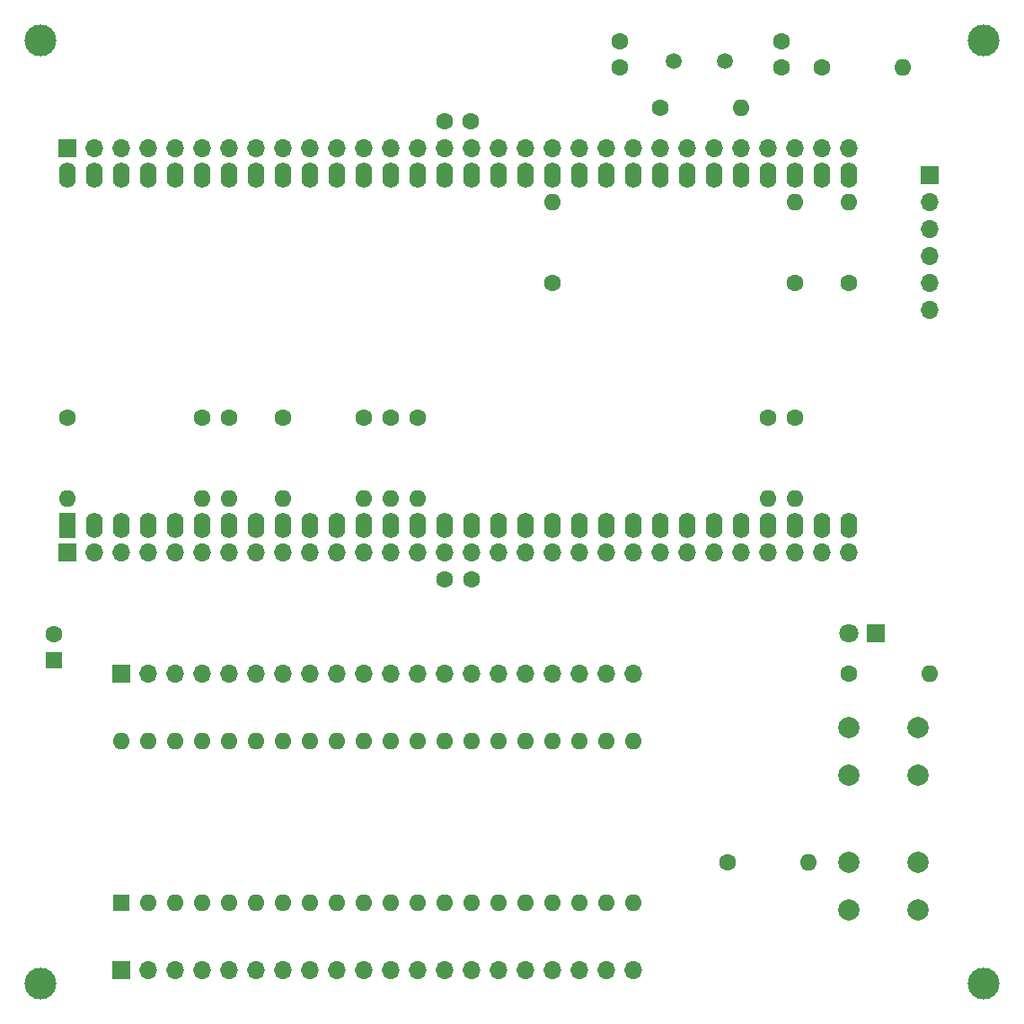
<source format=gbr>
%TF.GenerationSoftware,KiCad,Pcbnew,8.0.5*%
%TF.CreationDate,2025-09-05T11:18:18+09:00*%
%TF.ProjectId,TangNanoDCJ11MEM,54616e67-4e61-46e6-9f44-434a31314d45,rev?*%
%TF.SameCoordinates,Original*%
%TF.FileFunction,Soldermask,Top*%
%TF.FilePolarity,Negative*%
%FSLAX46Y46*%
G04 Gerber Fmt 4.6, Leading zero omitted, Abs format (unit mm)*
G04 Created by KiCad (PCBNEW 8.0.5) date 2025-09-05 11:18:18*
%MOMM*%
%LPD*%
G01*
G04 APERTURE LIST*
%ADD10C,3.000000*%
%ADD11C,1.600000*%
%ADD12O,1.600000X1.600000*%
%ADD13C,2.000000*%
%ADD14R,1.700000X1.700000*%
%ADD15O,1.700000X1.700000*%
%ADD16C,1.500000*%
%ADD17R,1.800000X1.800000*%
%ADD18C,1.800000*%
%ADD19R,1.600000X2.400000*%
%ADD20O,1.600000X2.400000*%
%ADD21R,1.600000X1.600000*%
G04 APERTURE END LIST*
D10*
%TO.C,REF\u002A\u002A*%
X93980000Y-93980000D03*
%TD*%
D11*
%TO.C,R4*%
X20320000Y-40640000D03*
D12*
X20320000Y-48260000D03*
%TD*%
D13*
%TO.C,SW1*%
X81280000Y-69850000D03*
X87780000Y-69850000D03*
X81280000Y-74350000D03*
X87780000Y-74350000D03*
%TD*%
D11*
%TO.C,R9*%
X40640000Y-40640000D03*
D12*
X40640000Y-48260000D03*
%TD*%
D11*
%TO.C,R5*%
X22860000Y-40640000D03*
D12*
X22860000Y-48260000D03*
%TD*%
D14*
%TO.C,J4*%
X7620000Y-53340000D03*
D15*
X10160000Y-53340000D03*
X12700000Y-53340000D03*
X15240000Y-53340000D03*
X17780000Y-53340000D03*
X20320000Y-53340000D03*
X22860000Y-53340000D03*
X25400000Y-53340000D03*
X27940000Y-53340000D03*
X30480000Y-53340000D03*
X33020000Y-53340000D03*
X35560000Y-53340000D03*
X38100000Y-53340000D03*
X40640000Y-53340000D03*
X43180000Y-53340000D03*
X45720000Y-53340000D03*
X48260000Y-53340000D03*
X50800000Y-53340000D03*
X53340000Y-53340000D03*
X55880000Y-53340000D03*
X58420000Y-53340000D03*
X60960000Y-53340000D03*
X63500000Y-53340000D03*
X66040000Y-53340000D03*
X68580000Y-53340000D03*
X71120000Y-53340000D03*
X73660000Y-53340000D03*
X76200000Y-53340000D03*
X78740000Y-53340000D03*
X81280000Y-53340000D03*
%TD*%
D11*
%TO.C,R11*%
X76200000Y-40640000D03*
D12*
X76200000Y-48260000D03*
%TD*%
D11*
%TO.C,R16*%
X81280000Y-64770000D03*
D12*
X88900000Y-64770000D03*
%TD*%
D11*
%TO.C,R2*%
X78740000Y-7620000D03*
D12*
X86360000Y-7620000D03*
%TD*%
D11*
%TO.C,R12*%
X53340000Y-27940000D03*
D12*
X53340000Y-20320000D03*
%TD*%
D14*
%TO.C,J6*%
X88900000Y-17780000D03*
D15*
X88900000Y-20320000D03*
X88900000Y-22860000D03*
X88900000Y-25400000D03*
X88900000Y-27940000D03*
X88900000Y-30480000D03*
%TD*%
D14*
%TO.C,J3*%
X12700000Y-64770000D03*
D15*
X15240000Y-64770000D03*
X17780000Y-64770000D03*
X20320000Y-64770000D03*
X22860000Y-64770000D03*
X25400000Y-64770000D03*
X27940000Y-64770000D03*
X30480000Y-64770000D03*
X33020000Y-64770000D03*
X35560000Y-64770000D03*
X38100000Y-64770000D03*
X40640000Y-64770000D03*
X43180000Y-64770000D03*
X45720000Y-64770000D03*
X48260000Y-64770000D03*
X50800000Y-64770000D03*
X53340000Y-64770000D03*
X55880000Y-64770000D03*
X58420000Y-64770000D03*
X60960000Y-64770000D03*
%TD*%
D11*
%TO.C,R7*%
X35560000Y-40640000D03*
D12*
X35560000Y-48260000D03*
%TD*%
D16*
%TO.C,Y1*%
X69650000Y-6985000D03*
X64770000Y-6985000D03*
%TD*%
D17*
%TO.C,D1*%
X83820000Y-60960000D03*
D18*
X81280000Y-60960000D03*
%TD*%
D11*
%TO.C,C1*%
X59690000Y-7620000D03*
X59690000Y-5120000D03*
%TD*%
%TO.C,C2*%
X74930000Y-7620000D03*
X74930000Y-5120000D03*
%TD*%
%TO.C,C4*%
X45720000Y-55880000D03*
X43220000Y-55880000D03*
%TD*%
%TO.C,R3*%
X7620000Y-40640000D03*
D12*
X7620000Y-48260000D03*
%TD*%
D10*
%TO.C,REF\u002A\u002A*%
X5080000Y-5080000D03*
%TD*%
D13*
%TO.C,SW2*%
X81280000Y-82550000D03*
X87780000Y-82550000D03*
X81280000Y-87050000D03*
X87780000Y-87050000D03*
%TD*%
D11*
%TO.C,R10*%
X73660000Y-40640000D03*
D12*
X73660000Y-48260000D03*
%TD*%
D11*
%TO.C,R1*%
X63500000Y-11430000D03*
D12*
X71120000Y-11430000D03*
%TD*%
D19*
%TO.C,U1*%
X7620000Y-50800000D03*
D20*
X10160000Y-50800000D03*
X12700000Y-50800000D03*
X15240000Y-50800000D03*
X17780000Y-50800000D03*
X20320000Y-50800000D03*
X22860000Y-50800000D03*
X25400000Y-50800000D03*
X27940000Y-50800000D03*
X30480000Y-50800000D03*
X33020000Y-50800000D03*
X35560000Y-50800000D03*
X38100000Y-50800000D03*
X40640000Y-50800000D03*
X43180000Y-50800000D03*
X45720000Y-50800000D03*
X48260000Y-50800000D03*
X50800000Y-50800000D03*
X53340000Y-50800000D03*
X55880000Y-50800000D03*
X58420000Y-50800000D03*
X60960000Y-50800000D03*
X63500000Y-50800000D03*
X66040000Y-50800000D03*
X68580000Y-50800000D03*
X71120000Y-50800000D03*
X73660000Y-50800000D03*
X76200000Y-50800000D03*
X78740000Y-50800000D03*
X81280000Y-50800000D03*
X81280000Y-17780000D03*
X78740000Y-17780000D03*
X76200000Y-17780000D03*
X73660000Y-17780000D03*
X71120000Y-17780000D03*
X68580000Y-17780000D03*
X66040000Y-17780000D03*
X63500000Y-17780000D03*
X60960000Y-17780000D03*
X58420000Y-17780000D03*
X55880000Y-17780000D03*
X53340000Y-17780000D03*
X50800000Y-17780000D03*
X48260000Y-17780000D03*
X45720000Y-17780000D03*
X43180000Y-17780000D03*
X40640000Y-17780000D03*
X38100000Y-17780000D03*
X35560000Y-17780000D03*
X33020000Y-17780000D03*
X30480000Y-17780000D03*
X27940000Y-17780000D03*
X25400000Y-17780000D03*
X22860000Y-17780000D03*
X20320000Y-17780000D03*
X17780000Y-17780000D03*
X15240000Y-17780000D03*
X12700000Y-17780000D03*
X10160000Y-17780000D03*
X7620000Y-17780000D03*
%TD*%
D11*
%TO.C,C3*%
X43180000Y-12700000D03*
X45680000Y-12700000D03*
%TD*%
%TO.C,R8*%
X38100000Y-40640000D03*
D12*
X38100000Y-48260000D03*
%TD*%
%TO.C,R15*%
X77470000Y-82550000D03*
D11*
X69850000Y-82550000D03*
%TD*%
%TO.C,R6*%
X27940000Y-40640000D03*
D12*
X27940000Y-48260000D03*
%TD*%
%TO.C,J1*%
X12700000Y-71120000D03*
X15240000Y-71120000D03*
X17780000Y-71120000D03*
X20320000Y-71120000D03*
X22860000Y-71120000D03*
X25400000Y-71120000D03*
X27940000Y-71120000D03*
X30480000Y-71120000D03*
X33020000Y-71120000D03*
X35560000Y-71120000D03*
X38100000Y-71120000D03*
X40640000Y-71120000D03*
X43180000Y-71120000D03*
X45720000Y-71120000D03*
X48260000Y-71120000D03*
X50800000Y-71120000D03*
X53340000Y-71120000D03*
X55880000Y-71120000D03*
X58420000Y-71120000D03*
X60960000Y-71120000D03*
X60960000Y-86360000D03*
X58420000Y-86360000D03*
X55880000Y-86360000D03*
X53340000Y-86360000D03*
X50800000Y-86360000D03*
X48260000Y-86360000D03*
X45720000Y-86360000D03*
X43180000Y-86360000D03*
X40640000Y-86360000D03*
X38100000Y-86360000D03*
X35560000Y-86360000D03*
X33020000Y-86360000D03*
X30480000Y-86360000D03*
X27940000Y-86360000D03*
X25400000Y-86360000D03*
X22860000Y-86360000D03*
X20320000Y-86360000D03*
X17780000Y-86360000D03*
X15240000Y-86360000D03*
D21*
X12700000Y-86360000D03*
%TD*%
D11*
%TO.C,R14*%
X81280000Y-27940000D03*
D12*
X81280000Y-20320000D03*
%TD*%
D14*
%TO.C,J2*%
X12700000Y-92710000D03*
D15*
X15240000Y-92710000D03*
X17780000Y-92710000D03*
X20320000Y-92710000D03*
X22860000Y-92710000D03*
X25400000Y-92710000D03*
X27940000Y-92710000D03*
X30480000Y-92710000D03*
X33020000Y-92710000D03*
X35560000Y-92710000D03*
X38100000Y-92710000D03*
X40640000Y-92710000D03*
X43180000Y-92710000D03*
X45720000Y-92710000D03*
X48260000Y-92710000D03*
X50800000Y-92710000D03*
X53340000Y-92710000D03*
X55880000Y-92710000D03*
X58420000Y-92710000D03*
X60960000Y-92710000D03*
%TD*%
D10*
%TO.C,REF\u002A\u002A*%
X5080000Y-93980000D03*
%TD*%
D21*
%TO.C,C5*%
X6350000Y-63500000D03*
D11*
X6350000Y-61000000D03*
%TD*%
%TO.C,R13*%
X76200000Y-27940000D03*
D12*
X76200000Y-20320000D03*
%TD*%
D14*
%TO.C,J5*%
X7620000Y-15240000D03*
D15*
X10160000Y-15240000D03*
X12700000Y-15240000D03*
X15240000Y-15240000D03*
X17780000Y-15240000D03*
X20320000Y-15240000D03*
X22860000Y-15240000D03*
X25400000Y-15240000D03*
X27940000Y-15240000D03*
X30480000Y-15240000D03*
X33020000Y-15240000D03*
X35560000Y-15240000D03*
X38100000Y-15240000D03*
X40640000Y-15240000D03*
X43180000Y-15240000D03*
X45720000Y-15240000D03*
X48260000Y-15240000D03*
X50800000Y-15240000D03*
X53340000Y-15240000D03*
X55880000Y-15240000D03*
X58420000Y-15240000D03*
X60960000Y-15240000D03*
X63500000Y-15240000D03*
X66040000Y-15240000D03*
X68580000Y-15240000D03*
X71120000Y-15240000D03*
X73660000Y-15240000D03*
X76200000Y-15240000D03*
X78740000Y-15240000D03*
X81280000Y-15240000D03*
%TD*%
D10*
%TO.C,REF\u002A\u002A*%
X93980000Y-5080000D03*
%TD*%
M02*

</source>
